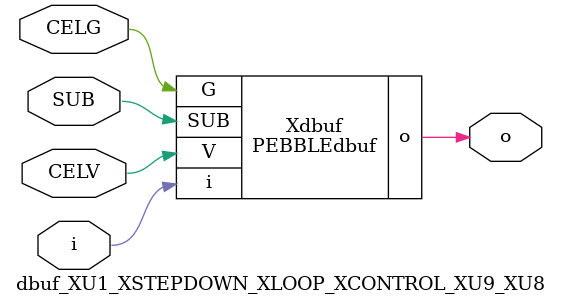
<source format=v>



module PEBBLEdbuf ( o, G, SUB, V, i );

  input V;
  input i;
  input G;
  output o;
  input SUB;
endmodule

//Celera Confidential Do Not Copy dbuf_XU1_XSTEPDOWN_XLOOP_XCONTROL_XU9_XU8
//Celera Confidential Symbol Generator
//Digital Buffer
module dbuf_XU1_XSTEPDOWN_XLOOP_XCONTROL_XU9_XU8 (CELV,CELG,i,o,SUB);
input CELV;
input CELG;
input i;
input SUB;
output o;

//Celera Confidential Do Not Copy dbuf
PEBBLEdbuf Xdbuf(
.V (CELV),
.i (i),
.o (o),
.SUB (SUB),
.G (CELG)
);
//,diesize,PEBBLEdbuf

//Celera Confidential Do Not Copy Module End
//Celera Schematic Generator
endmodule

</source>
